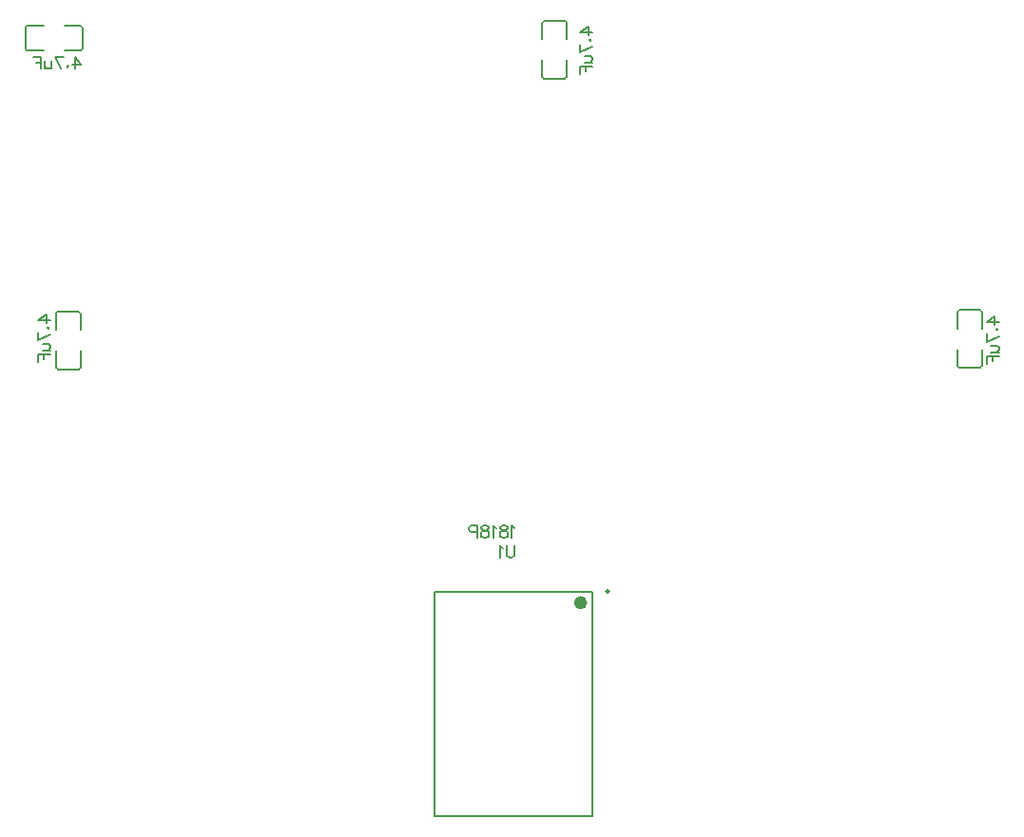
<source format=gbo>
G04 Layer: BottomSilkscreenLayer*
G04 EasyEDA v6.5.42, 2024-04-13 21:12:49*
G04 9533279679aa4dd5b2ccd963fcabda20,a2f4cb7aa3704937908c5b59a0d1150c,10*
G04 Gerber Generator version 0.2*
G04 Scale: 100 percent, Rotated: No, Reflected: No *
G04 Dimensions in millimeters *
G04 leading zeros omitted , absolute positions ,4 integer and 5 decimal *
%FSLAX45Y45*%
%MOMM*%

%ADD10C,0.1524*%
%ADD11C,0.2007*%
%ADD12C,0.2489*%
%ADD13C,0.5994*%

%LPD*%
D10*
X11454384Y9993629D02*
G01*
X11527027Y10045700D01*
X11527027Y9967721D01*
X11454384Y9993629D02*
G01*
X11563350Y9993629D01*
X11537441Y9928352D02*
G01*
X11542775Y9933431D01*
X11547856Y9928352D01*
X11542775Y9923018D01*
X11537441Y9928352D01*
X11454384Y9816084D02*
G01*
X11563350Y9867900D01*
X11454384Y9888728D02*
G01*
X11454384Y9816084D01*
X11490706Y9781794D02*
G01*
X11542775Y9781794D01*
X11558270Y9776460D01*
X11563350Y9766300D01*
X11563350Y9750552D01*
X11558270Y9740137D01*
X11542775Y9724644D01*
X11490706Y9724644D02*
G01*
X11563350Y9724644D01*
X11454384Y9690354D02*
G01*
X11563350Y9690354D01*
X11454384Y9690354D02*
G01*
X11454384Y9622789D01*
X11506200Y9690354D02*
G01*
X11506200Y9648697D01*
X3008884Y10006327D02*
G01*
X3081527Y10058397D01*
X3081527Y9980419D01*
X3008884Y10006327D02*
G01*
X3117850Y10006327D01*
X3091941Y9941049D02*
G01*
X3097275Y9946129D01*
X3102356Y9941049D01*
X3097275Y9935715D01*
X3091941Y9941049D01*
X3008884Y9828781D02*
G01*
X3117850Y9880597D01*
X3008884Y9901425D02*
G01*
X3008884Y9828781D01*
X3045206Y9794491D02*
G01*
X3097275Y9794491D01*
X3112770Y9789157D01*
X3117850Y9778997D01*
X3117850Y9763249D01*
X3112770Y9752835D01*
X3097275Y9737341D01*
X3045206Y9737341D02*
G01*
X3117850Y9737341D01*
X3008884Y9703051D02*
G01*
X3117850Y9703051D01*
X3008884Y9703051D02*
G01*
X3008884Y9635487D01*
X3060700Y9703051D02*
G01*
X3060700Y9661395D01*
X3338829Y12358115D02*
G01*
X3390900Y12285471D01*
X3312922Y12285471D01*
X3338829Y12358115D02*
G01*
X3338829Y12249150D01*
X3273552Y12275058D02*
G01*
X3278631Y12269724D01*
X3273552Y12264644D01*
X3268218Y12269724D01*
X3273552Y12275058D01*
X3161284Y12358115D02*
G01*
X3213100Y12249150D01*
X3233927Y12358115D02*
G01*
X3161284Y12358115D01*
X3126993Y12321794D02*
G01*
X3126993Y12269724D01*
X3121659Y12254229D01*
X3111500Y12249150D01*
X3095752Y12249150D01*
X3085338Y12254229D01*
X3069843Y12269724D01*
X3069843Y12321794D02*
G01*
X3069843Y12249150D01*
X3035554Y12358115D02*
G01*
X3035554Y12249150D01*
X3035554Y12358115D02*
G01*
X2967990Y12358115D01*
X3035554Y12306300D02*
G01*
X2993897Y12306300D01*
X7834884Y12571727D02*
G01*
X7907527Y12623797D01*
X7907527Y12545819D01*
X7834884Y12571727D02*
G01*
X7943850Y12571727D01*
X7917941Y12506449D02*
G01*
X7923275Y12511529D01*
X7928356Y12506449D01*
X7923275Y12501115D01*
X7917941Y12506449D01*
X7834884Y12394181D02*
G01*
X7943850Y12445997D01*
X7834884Y12466825D02*
G01*
X7834884Y12394181D01*
X7871206Y12359891D02*
G01*
X7923275Y12359891D01*
X7938770Y12354557D01*
X7943850Y12344397D01*
X7943850Y12328649D01*
X7938770Y12318235D01*
X7923275Y12302741D01*
X7871206Y12302741D02*
G01*
X7943850Y12302741D01*
X7834884Y12268451D02*
G01*
X7943850Y12268451D01*
X7834884Y12268451D02*
G01*
X7834884Y12200887D01*
X7886700Y12268451D02*
G01*
X7886700Y12226795D01*
X7251700Y8158987D02*
G01*
X7241286Y8164321D01*
X7225791Y8179815D01*
X7225791Y8070850D01*
X7165340Y8179815D02*
G01*
X7181088Y8174736D01*
X7186168Y8164321D01*
X7186168Y8153908D01*
X7181088Y8143494D01*
X7170674Y8138160D01*
X7149845Y8133079D01*
X7134352Y8128000D01*
X7123938Y8117586D01*
X7118604Y8107171D01*
X7118604Y8091423D01*
X7123938Y8081010D01*
X7129018Y8075929D01*
X7144765Y8070850D01*
X7165340Y8070850D01*
X7181088Y8075929D01*
X7186168Y8081010D01*
X7191502Y8091423D01*
X7191502Y8107171D01*
X7186168Y8117586D01*
X7175754Y8128000D01*
X7160259Y8133079D01*
X7139431Y8138160D01*
X7129018Y8143494D01*
X7123938Y8153908D01*
X7123938Y8164321D01*
X7129018Y8174736D01*
X7144765Y8179815D01*
X7165340Y8179815D01*
X7084313Y8158987D02*
G01*
X7073900Y8164321D01*
X7058406Y8179815D01*
X7058406Y8070850D01*
X6998208Y8179815D02*
G01*
X7013702Y8174736D01*
X7019036Y8164321D01*
X7019036Y8153908D01*
X7013702Y8143494D01*
X7003288Y8138160D01*
X6982459Y8133079D01*
X6966965Y8128000D01*
X6956552Y8117586D01*
X6951472Y8107171D01*
X6951472Y8091423D01*
X6956552Y8081010D01*
X6961886Y8075929D01*
X6977379Y8070850D01*
X6998208Y8070850D01*
X7013702Y8075929D01*
X7019036Y8081010D01*
X7024115Y8091423D01*
X7024115Y8107171D01*
X7019036Y8117586D01*
X7008622Y8128000D01*
X6992874Y8133079D01*
X6972300Y8138160D01*
X6961886Y8143494D01*
X6956552Y8153908D01*
X6956552Y8164321D01*
X6961886Y8174736D01*
X6977379Y8179815D01*
X6998208Y8179815D01*
X6917181Y8179815D02*
G01*
X6917181Y8070850D01*
X6917181Y8179815D02*
G01*
X6870445Y8179815D01*
X6854697Y8174736D01*
X6849618Y8169402D01*
X6844284Y8158987D01*
X6844284Y8143494D01*
X6849618Y8133079D01*
X6854697Y8128000D01*
X6870445Y8122665D01*
X6917181Y8122665D01*
X7251700Y8002038D02*
G01*
X7251700Y7924106D01*
X7246505Y7908521D01*
X7236114Y7898129D01*
X7220526Y7892935D01*
X7210135Y7892935D01*
X7194550Y7898129D01*
X7184158Y7908521D01*
X7178964Y7924106D01*
X7178964Y8002038D01*
X7144674Y7981256D02*
G01*
X7134283Y7986453D01*
X7118695Y8002038D01*
X7118695Y7892935D01*
X11193739Y9601380D02*
G01*
X11193739Y9749878D01*
X11412260Y9749878D02*
G01*
X11412260Y9601380D01*
X11397020Y9586140D02*
G01*
X11208979Y9586140D01*
X11193739Y10083619D02*
G01*
X11193739Y9935121D01*
X11412260Y9935121D02*
G01*
X11412260Y10083619D01*
X11397020Y10098859D02*
G01*
X11208979Y10098859D01*
X3385860Y10070919D02*
G01*
X3385860Y9922421D01*
X3167339Y9922421D02*
G01*
X3167339Y10070919D01*
X3182579Y10086159D02*
G01*
X3370620Y10086159D01*
X3385860Y9588680D02*
G01*
X3385860Y9737178D01*
X3167339Y9737178D02*
G01*
X3167339Y9588680D01*
X3182579Y9573440D02*
G01*
X3370620Y9573440D01*
X2908480Y12631460D02*
G01*
X3056978Y12631460D01*
X3056978Y12412939D02*
G01*
X2908480Y12412939D01*
X2893240Y12428179D02*
G01*
X2893240Y12616220D01*
X3390719Y12631460D02*
G01*
X3242221Y12631460D01*
X3242221Y12412939D02*
G01*
X3390719Y12412939D01*
X3405959Y12428179D02*
G01*
X3405959Y12616220D01*
X7716560Y12661719D02*
G01*
X7716560Y12513221D01*
X7498039Y12513221D02*
G01*
X7498039Y12661719D01*
X7513279Y12676959D02*
G01*
X7701320Y12676959D01*
X7716560Y12179480D02*
G01*
X7716560Y12327978D01*
X7498039Y12327978D02*
G01*
X7498039Y12179480D01*
X7513279Y12164240D02*
G01*
X7701320Y12164240D01*
D11*
X6538975Y7591297D02*
G01*
X7939024Y7591297D01*
X7939024Y5591302D01*
X6538975Y5591302D01*
X6538975Y5591302D02*
G01*
X6538975Y7591297D01*
D10*
G75*
G01*
X11412261Y9601380D02*
G02*
X11397021Y9586140I-15240J0D01*
G75*
G01*
X11208979Y9586140D02*
G02*
X11193739Y9601380I0J15240D01*
G75*
G01*
X11412261Y10083620D02*
G03*
X11397021Y10098860I-15240J0D01*
G75*
G01*
X11208979Y10098860D02*
G03*
X11193739Y10083620I0J-15240D01*
G75*
G01*
X3167339Y10070920D02*
G02*
X3182579Y10086160I15240J0D01*
G75*
G01*
X3370621Y10086160D02*
G02*
X3385861Y10070920I0J-15240D01*
G75*
G01*
X3167339Y9588680D02*
G03*
X3182579Y9573440I15240J0D01*
G75*
G01*
X3370621Y9573440D02*
G03*
X3385861Y9588680I0J15240D01*
G75*
G01*
X2908480Y12412939D02*
G02*
X2893240Y12428179I0J15240D01*
G75*
G01*
X2893240Y12616221D02*
G02*
X2908480Y12631461I15240J0D01*
G75*
G01*
X3390720Y12412939D02*
G03*
X3405960Y12428179I0J15240D01*
G75*
G01*
X3405960Y12616221D02*
G03*
X3390720Y12631461I-15240J0D01*
G75*
G01*
X7498039Y12661720D02*
G02*
X7513279Y12676960I15240J0D01*
G75*
G01*
X7701321Y12676960D02*
G02*
X7716561Y12661720I0J-15240D01*
G75*
G01*
X7498039Y12179480D02*
G03*
X7513279Y12164240I15240J0D01*
G75*
G01*
X7701321Y12164240D02*
G03*
X7716561Y12179480I0J15240D01*
D12*
G75*
G01*
X8069072Y7593838D02*
G02*
X8069072Y7593584I12445J-127D01*
D13*
G75*
G01*
X7808976Y7491222D02*
G02*
X7808976Y7490714I29971J-254D01*
M02*

</source>
